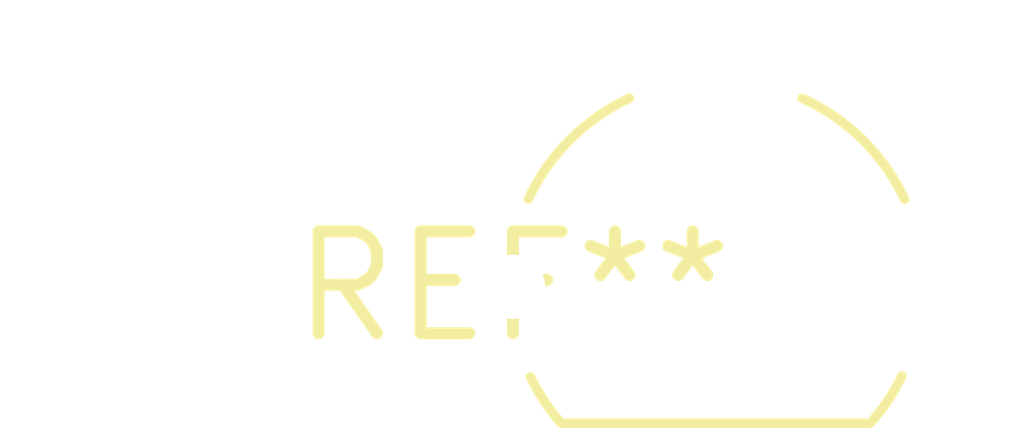
<source format=kicad_pcb>
(kicad_pcb (version 20240108) (generator pcbnew)
  (layers (0 "F.Cu" signal) (31 "B.Cu" signal) (34 "B.Paste" user) (35 "F.Paste" user) (36 "B.SilkS" user "B.Silkscreen") (37 "F.SilkS" user "F.Silkscreen") (38 "B.Mask" user) (39 "F.Mask" user) (44 "Edge.Cuts" user))
  (net 0 "")
  (footprint "TO-92L_Wide" (layer "F.Cu") (at 0 0)
    (property "Reference" "REF**")
    (property "Value" "TO-92L_Wide")
    (fp_line (start 0.6 1.7) (end 4.45 1.7) (layer "F.SilkS") (stroke (width 0.12)))
    (fp_arc (start 0.192226 -1.094786) (mid 0.710119 -1.833613) (end 1.45 -2.35) (layer "F.SilkS") (stroke (width 0.12)))
    (fp_arc (start 0.6 1.7) (mid 0.389183 1.423933) (end 0.217369 1.122045) (layer "F.SilkS") (stroke (width 0.12)))
    (fp_arc (start 3.6 -2.35) (mid 4.351408 -1.834367) (end 4.876463 -1.089513) (layer "F.SilkS") (stroke (width 0.12)))
    (fp_arc (start 4.842383 1.112264) (mid 4.666594 1.419753) (end 4.45 1.7) (layer "F.SilkS") (stroke (width 0.12)))
    (pad "1" thru_hole rect (at 0 0) (size 1.5 1.5) (drill 0.8) (layers *.Cu *.Mask) (remove_unused_layers))
    (pad "2" thru_hole circle (at 2.54 -2.54) (size 1.5 1.5) (drill 0.8) (layers *.Cu *.Mask) (remove_unused_layers))
    (pad "3" thru_hole circle (at 5.08 0) (size 1.5 1.5) (drill 0.8) (layers *.Cu *.Mask) (remove_unused_layers))
  )
)
</source>
